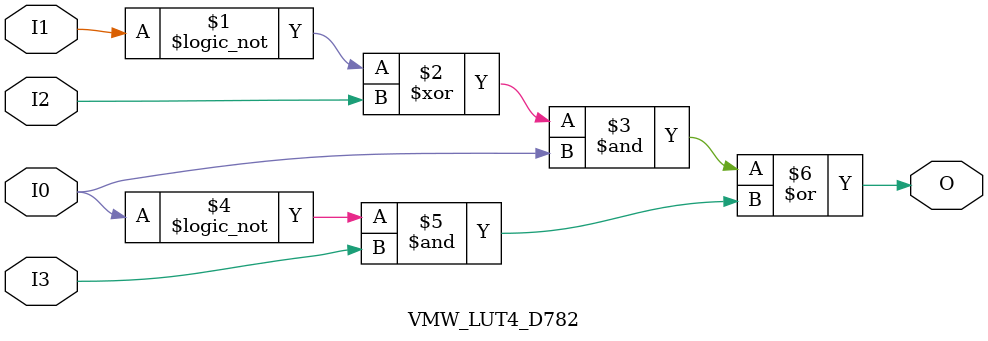
<source format=v>
/*
 * RTLC LUTs inferred in macros
 * for technology mapping to Xilinx Virtex FPGAs
 */

// `ifndef _RTLC_LUT_V_ -- vsyn does not support this
// `define _RTLC_LUT_V_

module VMW_LUT3_96(O,I0,I1,I2);
output O;
input I2;
input I1;
input I0;

assign O = I2 ^ ( I0 ^ I1 );
endmodule //VMW_LUT3_96

module VMW_LUT3_71(O,I0,I1,I2);
output O;
input I2;
input I1;
input I0;

assign O = ((!I0) & (!I1)) | ((!I0) & I2) | ((!I1) & I2);
endmodule //VMW_LUT3_71

module VMW_LUT3_90(O,I0,I1,I2);
output O;
input I2;
input I1;
input I0;

assign O = I2 & ( ! (I0 ^ I1) );

endmodule //VMW_LUT3_90

module VMW_LUT4_8421(O,I0,I1,I2,I3);
output O;
input I0;
input I1;
input I3;
input I2;

assign O   = (~(I0 ^ I2)) & (~(I1 ^ I3));

endmodule //VMW_LUT4_8421

module VMW_LUT3_F8(O,I0,I1,I2);
output O;
input I0;
input I1;
input I2;

assign O = I2 | I1 & I0;

endmodule //VMW_LUT3_F8

module VMW_LUT4_0777(O,I0,I1,I2,I3);
output O;
input I0;
input I1;
input I2;
input I3;

assign O = !( (I0&I1) | (I2&I3) );

endmodule //VMW_LUT4_EEE0

module VMW_LUT4_8000(O,I0,I1,I2,I3);
output O;
input I0;
input I1;
input I2;
input I3;

assign O = I3 & I2 & I1 & I0;

endmodule //VMW_LUT4_8000

module VMW_LUT4_0001(O,I0,I1,I2,I3);
output O;
input I3;
input I2;
input I1;
input I0;

assign O = ! (I3 | I2 | I1 | I0);

endmodule //VMW_LUT4_0001

module VMW_LUT2_8(O,I0,I1);
output O;
input I1;
input I0;

assign O = I1 & I0;

endmodule //VMW_LUT2_8

module VMW_LUT3_80(O,I0,I1,I2);
output O;
input I2;
input I1;
input I0;

assign O = I1 & I2 & I0;

endmodule //VMW_LUT3_80

module VMW_LUT2_E(O,I0,I1);
output O;
input I1;
input I0;

assign O = I1 | I0;

endmodule //VMW_LUT2_7

module VMW_LUT3_FE(O,I0,I1,I2);
output O;
input I2;
input I1;
input I0;

assign O = I2 | I1 | I0;

endmodule //VMW_LUT3_FE

module VMW_LUT4_FFFE(O,I0,I1,I2,I3);
output O;
input I3;
input I2;
input I1;
input I0;

assign O = I3 | I2 | I1 | I0;

endmodule //VMW_LUT4_7FFF

module VMW_LUT2_7(O,I0,I1);
output O;
input I1;
input I0;

assign O = !(I1 & I0);

endmodule //VMW_LUT2_7

module VMW_LUT4_7FFF(O,I0,I1,I2,I3);
output O;
input I3;
input I2;
input I1;
input I0;

assign O = !(I3 & I2 & I1 & I0);

endmodule //VMW_LUT4_7FFF

module VMW_LUT3_7F(O,I0,I1,I2);
output O;
input I2;
input I1;
input I0;

assign O = !(I2 & I1 & I0);

endmodule //VMW_LUT3_7F

module VMW_LUT3_01(O,I0,I1,I2);
output O;
input I2;
input I1;
input I0;

assign O = !(I2 | I1 | I0);

endmodule //VMW_LUT3_01

module VMW_LUT2_1(O,I0,I1);
output O;
input I1;
input I0;

assign O = !(I1 | I0);

endmodule //VMW_LUT2_1

module VMW_LUT2_6(O,I0,I1);
output O;
input I1;
input I0;

assign O = I1 ^ I0;

endmodule //VMW_LUT2_6

module VMW_LUT2_2(O,I0,I1);
output O;
input I0;
input I1;

assign O = I0 & (! I1);

endmodule //VMW_LUT2_4

module VMW_LUT2_4(O,I0,I1);
output O;
input I1;
input I0;

assign O = (! I0 ) & I1;

endmodule //VMW_LUT2_2

module VMW_LUT3_20(O,I0,I1,I2);
output O;
input I2;
input I1;
input I0;

assign O = I2 & (! I1) & I0;

endmodule // VMW_LUT3_20

module VMW_LUT3_02(O,I0,I1,I2);
output O;
input I2;
input I1;
input I0;

assign O = I0 & (! I1) & (! I2);

endmodule //VMW_LUT3_02

module VMW_LUT3_40(O,I0,I1,I2);
output O;
input I2;
input I1;
input I0;

assign O = (! I0) & I1 & I2;

endmodule //VMW_LUT3_40

module VMW_LUT3_04(O,I0,I1,I2);
output O;
input I2;
input I1;
input I0;

assign O = (! I0) & I1 & (! I2);

endmodule //VMW_LUT3_20

module VMW_LUT3_10(O,I0,I1,I2);
output O;
input I2;
input I1;
input I0;

assign O = (!I0) & (!I1) & I2;

endmodule //VMW_LUT3_08

module VMW_LUT4_0080(O,I0,I1,I2,I3);
output O;
input I3;
input I2;
input I1;
input I0;

assign O = I0 & I1 & I2 & ( ! I3);

endmodule //VMW_LUT4_0100

module VMW_LUT4_0800(O,I0,I1,I2,I3);
output O;
input I3;
input I2;
input I1;
input I0;

assign O = I0 & I1 & (! I2) & I3;

endmodule //VMW_LUT4_0800

module VMW_LUT4_0008(O,I0,I1,I2,I3);
output O;
input I3;
input I2;
input I1;
input I0;

assign O = I0 & I1 & (! I2) & (! I3);

endmodule //VMW_LUT4_1000

module VMW_LUT4_2000(O,I0,I1,I2,I3);
output O;
input I3;
input I2;
input I1;
input I0;

assign O = I0 & (!I1) & I2 & I3;

endmodule //VMW_LUT4_2000

module VMW_LUT4_0020(O,I0,I1,I2,I3);
output O;
input I3;
input I2;
input I1;
input I0;

assign O = I0 & (! I1) & I2 & (! I3);

endmodule //VMW_LUT4_0020

module VMW_LUT4_0200(O,I0,I1,I2,I3);
output O;
input I3;
input I2;
input I1;
input I0;

assign O = I0 & (!I1) & (! I2) & I3;

endmodule //VMW_LUT4_0200

module VMW_LUT4_0002(O,I0,I1,I2,I3);
output O;
input I3;
input I2;
input I1;
input I0;

assign O = I0 & (!I1) & (!I2) & (!I3);

endmodule //VMW_LUT4_0002

module VMW_LUT4_4000(O,I0,I1,I2,I3);
output O;
input I3;
input I2;
input I1;
input I0;

assign O = (!I0) & I1 & I2 & I3;

endmodule //VMW_LUT4_4000

module VMW_LUT4_0040(O,I0,I1,I2,I3);
output O;
input I3;
input I2;
input I1;
input I0;

assign O = (!I0) & I1 & I2 & (!I3);

endmodule //VMW_LUT4_0040

module VMW_LUT4_0400(O,I0,I1,I2,I3);
output O;
input I3;
input I2;
input I1;
input I0;

assign O = (!I0) & I1 & (!I2) & I3;

endmodule //VMW_LUT4_0400

module VMW_LUT4_0004(O,I0,I1,I2,I3);
output O;
input I3;
input I2;
input I1;
input I0;

assign O = (!I0) & I1 & (!I2) & (!I3);

endmodule //VMW_LUT4_0004

module VMW_LUT4_1000(O,I0,I1,I2,I3);
output O;
input I3;
input I2;
input I1;
input I0;

assign O = (!I0) & (!I1) & I2 & I3;

endmodule //VMW_LUT4_1000

module VMW_LUT4_0010(O,I0,I1,I2,I3);
output O;
input I3;
input I2;
input I1;
input I0;

assign O = (!I0) & (!I1) & I2 & (!I3);

endmodule //VMW_LUT4_0010

module VMW_LUT4_0100(O,I0,I1,I2,I3);
output O;
input I3;
input I2;
input I1;
input I0;

assign O = (!I0) & (!I1) & (!I2) & I3;

endmodule //VMW_LUT4_0080

module VMW_LUT4_27D8(O,I0,I1,I2,I3);
output O;
input I3;
input I2;
input I1;
input I0;

assign O = (I0 & (I1 ^ I3)) | (!I0 & (I2 ^ I3));

endmodule //sLUT4_1A66

module VMW_LUT4_D827(O,I0,I1,I2,I3);
output O;
input I3;
input I2;
input I1;
input I0;

assign O = (I0 & (!I1 ^ I3) ) |  (!I0 & (!I2 ^ I3));

endmodule //VMW_LUT4_D827

module VMW_LUT3_AC(O,I0,I1,I2);
output O;
input I2;
input I1;
input I0;

assign O = (I2 & I0) | ((!I2) & I1);

endmodule //VMW_LUT3_AC

module VMW_LUT1_2(O,I0);
output O;
input I0;

assign O = I0;

endmodule //VMW_LUT1_2

module VMW_LUT2_9(O,I0,I1);
output O;
input I0;
input I1;

assign O = (!I0) ^ I1;

endmodule //VMW_LUT2_9

module VMW_LUT3_78(O,I0,I1,I2);
output O;
input I2;
input I1;
input I0;

assign O = (I0 & I1 ) ^ I2;

endmodule //VMW_LUT3_78

module VMW_LUT3_87(O,I0,I1,I2);
output O;
input I2;
input I1;
input I0;

assign O = (I0 & I1 ) ^ (!I2);

endmodule //VMW_LUT3_87

module VMW_LUT3_B4(O,I0,I1,I2);
output O;
input I2;
input I1;
input I0;

assign O = ((!I0) & I1 ) ^ I2;

endmodule //VMW_LUT3_B4

module VMW_LUT3_08(O,I0,I1,I2);
output O;
input I2;
input I1;
input I0;

assign O = I0 & I1 & (! I2 );

endmodule //VMW_LUT3_08

module VMW_LUT4_7888(O,I0,I1,I2,I3);
output O;
input I3;
input I2;
input I1;
input I0;

assign O = (I0 & I1) ^ (I2 & I3);

endmodule //VMW_LUT4_7888

module VMW_LUT4_B444(O,I0,I1,I2,I3);
output O;
input I3;
input I2;
input I1;
input I0;

assign O = ((!I0) & I1) ^ (I2 & I3);

endmodule //VMW_LUT4_B444

module VMW_LUT4_B44B(O,I0,I1,I2,I3);
output O;
input I3;
input I2;
input I1;
input I0;

assign O = ((!I0) & I1) ^ (!I2) ^ I3;

endmodule //VMW_LUT4_B44B

module VMW_LUT4_4F04(O,I0,I1,I2,I3);
output O;
input I3;
input I2;
input I1;
input I0;

assign O = (((!I0) & I1) & (!I2)) | ((!I2) & I3) | (((!I0) & I1) & I3);

endmodule//VMW_LUT4_4F04

module VMW_LUT4_6996(O,I0,I1,I2,I3);
output O;
input I3;
input I2;
input I1;
input I0;

assign O = I3 ^ I2 ^ I1 ^ I0;

endmodule//VMW_LUT4_6996

module VMW_LUT4_7D28(O,I0,I1,I2,I3);
output O;
input I3;
input I2;
input I1;
input I0;
 
assign O = ( ( (I1 ^ I2) & I0 ) | ( !I0 & I3 ) );
 
endmodule //VMW_LUT4_7D28
 
module VMW_LUT4_D782(O,I0,I1,I2,I3);
output O;
input I3;
input I2;
input I1;
input I0;
 
assign O = ( ( (!I1 ^ I2) & I0 ) | ( !I0 & I3 ) );
 
endmodule //VMW_LUT4_D782
 
// `endif // _RTLC_LUT_V_

</source>
